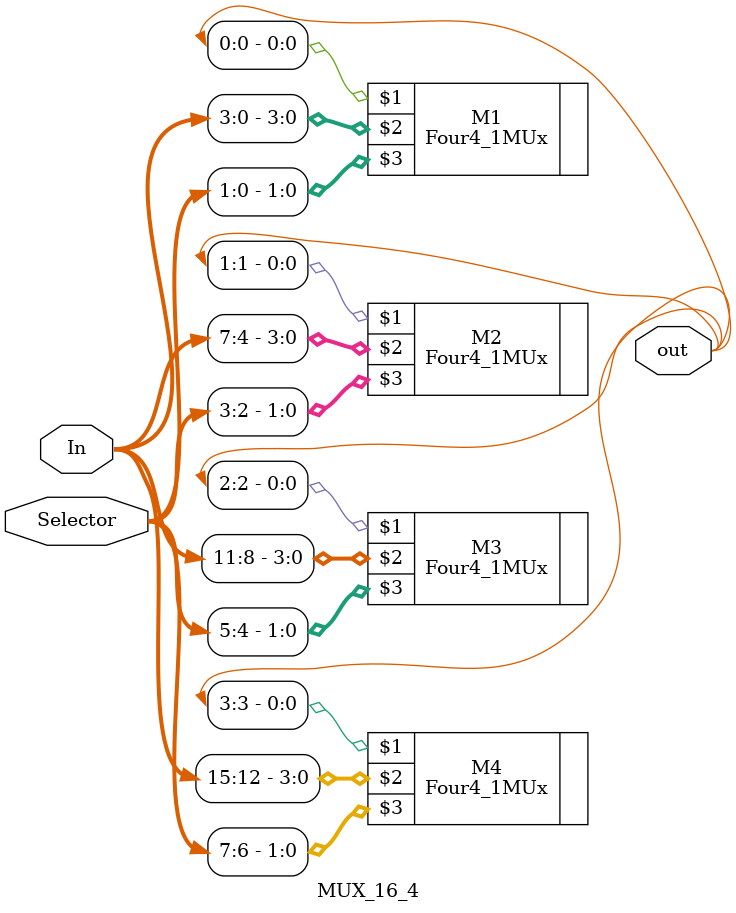
<source format=v>
`timescale 1ns / 1ps

module MUX_16_4(out, In, Selector);
//Defining Inputs and output sizes
input [15:0] In;
input [7:0] Selector;
output [3:0] out;

//Instantiation here
Four4_1MUx M1(out[0], In[3:0], Selector[1:0]);
Four4_1MUx M2(out[1], In[7:4], Selector[3:2]);
Four4_1MUx M3(out[2], In[11:8], Selector[5:4]);
Four4_1MUx M4(out[3], In[15:12], Selector[7:6]);

endmodule

</source>
